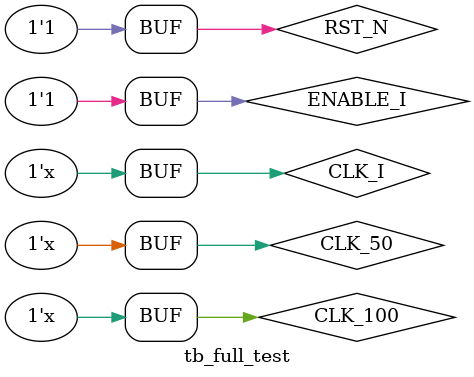
<source format=sv>
`timescale 1ns / 1ps


module tb_full_test();


  reg           CLK_I             ;
  reg           CLK_100           ;
  reg           CLK_50            ;
  reg           RST_N             ;
  reg           ENABLE_I          ;
  reg           HREF_I            ;
  reg [7:0]    PXL_DATA          ;


  wire [3:0]    RED_O             ;
  wire [3:0]    GREEN_O           ;
  wire [3:0]    BLUE_O            ;
  wire          HSYNC_O           ;
  wire          VSYNC_O           ;
  

  localparam T_25 = 40            ;
  localparam T_50 = 20            ;
  localparam T_100 = 10           ;

  always #(T_25/2) CLK_I = ~ CLK_I;
  always #(T_100/2) CLK_100 = ~ CLK_100;
  always #(T_50/2) CLK_50 = ~ CLK_50;

  initial begin
    CLK_I            <= 0         ;
    CLK_100          <= 1         ;
    CLK_50           <= 1         ;
    RST_N            <= 0         ;
    ENABLE_I         <= 0         ;
    HREF_I           <= 0         ;
    data_cnt_r       <= 0         ;
    PXL_DATA         <= 0         ;
    #(T_25 * 40)                  ;
    RST_N            <= 1         ;
    #(T_25 * 40)                  ;
    ENABLE_I         <= 1         ;
  end

  reg [16:0] data_cnt_r           ;
  always @(posedge CLK_50) begin
    if(ENABLE_I)begin
      HREF_I         <= 1         ;
      PXL_DATA       <= $random   ;
      data_cnt_r     <= data_cnt_r + 16'd1;
    end
  end

  design_2_wrapper DUT0(
  .Button       (ENABLE_I )  ,
  .DATA_PXL_I   (PXL_DATA )  ,
  .HREF_I       (HREF_I )  ,
  .HSYNC_O      (HSYNC_O )  ,
  .VGA_B        (BLUE_O )  ,
  .VGA_G        (GREEN_O )  ,
  .VGA_R        (RED_O )  ,
  .VSYNC_O      (VSYNC_O )  ,
  .PXL_CLK_I    (CLK_50),
  .clk_in1      (CLK_100 )
  );


endmodule
</source>
